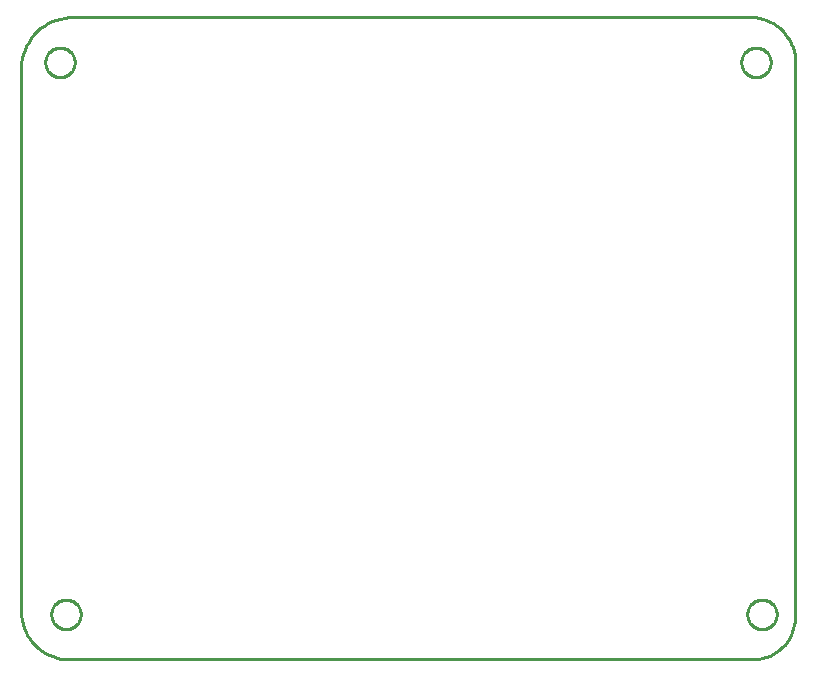
<source format=gbr>
G04 EAGLE Gerber RS-274X export*
G75*
%MOMM*%
%FSLAX34Y34*%
%LPD*%
%IN*%
%IPPOS*%
%AMOC8*
5,1,8,0,0,1.08239X$1,22.5*%
G01*
%ADD10C,0.254000*%


D10*
X149860Y447220D02*
X150015Y443663D01*
X150480Y440132D01*
X151251Y436655D01*
X152322Y433259D01*
X153685Y429969D01*
X155329Y426810D01*
X157242Y423807D01*
X159410Y420982D01*
X161816Y418356D01*
X164442Y415950D01*
X167267Y413782D01*
X170270Y411869D01*
X173429Y410225D01*
X176719Y408862D01*
X180115Y407791D01*
X183592Y407020D01*
X187123Y406555D01*
X190680Y406400D01*
X771336Y406400D01*
X774497Y406760D01*
X777615Y407394D01*
X780666Y408297D01*
X783627Y409463D01*
X786474Y410882D01*
X789188Y412545D01*
X791745Y414437D01*
X794129Y416545D01*
X796319Y418853D01*
X798300Y421343D01*
X800057Y423996D01*
X801575Y426792D01*
X802845Y429710D01*
X803854Y432727D01*
X804598Y435821D01*
X805068Y438968D01*
X805263Y442144D01*
X805180Y445324D01*
X805180Y908496D01*
X805369Y911792D01*
X805270Y915092D01*
X804883Y918371D01*
X804212Y921604D01*
X803262Y924766D01*
X802040Y927833D01*
X800556Y930782D01*
X798820Y933591D01*
X796845Y936237D01*
X794648Y938702D01*
X792244Y940965D01*
X789652Y943010D01*
X786892Y944822D01*
X783984Y946386D01*
X780951Y947691D01*
X777816Y948726D01*
X774603Y949485D01*
X771336Y949960D01*
X190680Y949960D01*
X186911Y949574D01*
X183190Y948860D01*
X179544Y947825D01*
X176003Y946476D01*
X172594Y944824D01*
X169341Y942881D01*
X166269Y940661D01*
X163403Y938183D01*
X160764Y935464D01*
X158372Y932525D01*
X156245Y929389D01*
X154399Y926080D01*
X152849Y922622D01*
X151606Y919043D01*
X150680Y915369D01*
X150078Y911628D01*
X149804Y907848D01*
X149860Y904060D01*
X149860Y447220D01*
X195380Y911369D02*
X195303Y910390D01*
X195149Y909420D01*
X194920Y908464D01*
X194616Y907530D01*
X194241Y906623D01*
X193795Y905748D01*
X193281Y904910D01*
X192704Y904115D01*
X192066Y903368D01*
X191372Y902674D01*
X190625Y902036D01*
X189830Y901459D01*
X188992Y900945D01*
X188117Y900499D01*
X187210Y900124D01*
X186276Y899820D01*
X185321Y899591D01*
X184350Y899437D01*
X183371Y899360D01*
X182389Y899360D01*
X181410Y899437D01*
X180440Y899591D01*
X179484Y899820D01*
X178550Y900124D01*
X177643Y900499D01*
X176768Y900945D01*
X175930Y901459D01*
X175135Y902036D01*
X174388Y902674D01*
X173694Y903368D01*
X173056Y904115D01*
X172479Y904910D01*
X171965Y905748D01*
X171519Y906623D01*
X171144Y907530D01*
X170840Y908464D01*
X170611Y909420D01*
X170457Y910390D01*
X170380Y911369D01*
X170380Y912351D01*
X170457Y913330D01*
X170611Y914301D01*
X170840Y915256D01*
X171144Y916190D01*
X171519Y917097D01*
X171965Y917972D01*
X172479Y918810D01*
X173056Y919605D01*
X173694Y920352D01*
X174388Y921046D01*
X175135Y921684D01*
X175930Y922261D01*
X176768Y922775D01*
X177643Y923221D01*
X178550Y923596D01*
X179484Y923900D01*
X180440Y924129D01*
X181410Y924283D01*
X182389Y924360D01*
X183371Y924360D01*
X184350Y924283D01*
X185321Y924129D01*
X186276Y923900D01*
X187210Y923596D01*
X188117Y923221D01*
X188992Y922775D01*
X189830Y922261D01*
X190625Y921684D01*
X191372Y921046D01*
X192066Y920352D01*
X192704Y919605D01*
X193281Y918810D01*
X193795Y917972D01*
X194241Y917097D01*
X194616Y916190D01*
X194920Y915256D01*
X195149Y914301D01*
X195303Y913330D01*
X195380Y912351D01*
X195380Y911369D01*
X200460Y444009D02*
X200383Y443030D01*
X200229Y442060D01*
X200000Y441104D01*
X199696Y440170D01*
X199321Y439263D01*
X198875Y438388D01*
X198361Y437550D01*
X197784Y436755D01*
X197146Y436008D01*
X196452Y435314D01*
X195705Y434676D01*
X194910Y434099D01*
X194072Y433585D01*
X193197Y433139D01*
X192290Y432764D01*
X191356Y432460D01*
X190401Y432231D01*
X189430Y432077D01*
X188451Y432000D01*
X187469Y432000D01*
X186490Y432077D01*
X185520Y432231D01*
X184564Y432460D01*
X183630Y432764D01*
X182723Y433139D01*
X181848Y433585D01*
X181010Y434099D01*
X180215Y434676D01*
X179468Y435314D01*
X178774Y436008D01*
X178136Y436755D01*
X177559Y437550D01*
X177045Y438388D01*
X176599Y439263D01*
X176224Y440170D01*
X175920Y441104D01*
X175691Y442060D01*
X175537Y443030D01*
X175460Y444009D01*
X175460Y444991D01*
X175537Y445970D01*
X175691Y446941D01*
X175920Y447896D01*
X176224Y448830D01*
X176599Y449737D01*
X177045Y450612D01*
X177559Y451450D01*
X178136Y452245D01*
X178774Y452992D01*
X179468Y453686D01*
X180215Y454324D01*
X181010Y454901D01*
X181848Y455415D01*
X182723Y455861D01*
X183630Y456236D01*
X184564Y456540D01*
X185520Y456769D01*
X186490Y456923D01*
X187469Y457000D01*
X188451Y457000D01*
X189430Y456923D01*
X190401Y456769D01*
X191356Y456540D01*
X192290Y456236D01*
X193197Y455861D01*
X194072Y455415D01*
X194910Y454901D01*
X195705Y454324D01*
X196452Y453686D01*
X197146Y452992D01*
X197784Y452245D01*
X198361Y451450D01*
X198875Y450612D01*
X199321Y449737D01*
X199696Y448830D01*
X200000Y447896D01*
X200229Y446941D01*
X200383Y445970D01*
X200460Y444991D01*
X200460Y444009D01*
X784660Y911369D02*
X784583Y910390D01*
X784429Y909420D01*
X784200Y908464D01*
X783896Y907530D01*
X783521Y906623D01*
X783075Y905748D01*
X782561Y904910D01*
X781984Y904115D01*
X781346Y903368D01*
X780652Y902674D01*
X779905Y902036D01*
X779110Y901459D01*
X778272Y900945D01*
X777397Y900499D01*
X776490Y900124D01*
X775556Y899820D01*
X774601Y899591D01*
X773630Y899437D01*
X772651Y899360D01*
X771669Y899360D01*
X770690Y899437D01*
X769720Y899591D01*
X768764Y899820D01*
X767830Y900124D01*
X766923Y900499D01*
X766048Y900945D01*
X765210Y901459D01*
X764415Y902036D01*
X763668Y902674D01*
X762974Y903368D01*
X762336Y904115D01*
X761759Y904910D01*
X761245Y905748D01*
X760799Y906623D01*
X760424Y907530D01*
X760120Y908464D01*
X759891Y909420D01*
X759737Y910390D01*
X759660Y911369D01*
X759660Y912351D01*
X759737Y913330D01*
X759891Y914301D01*
X760120Y915256D01*
X760424Y916190D01*
X760799Y917097D01*
X761245Y917972D01*
X761759Y918810D01*
X762336Y919605D01*
X762974Y920352D01*
X763668Y921046D01*
X764415Y921684D01*
X765210Y922261D01*
X766048Y922775D01*
X766923Y923221D01*
X767830Y923596D01*
X768764Y923900D01*
X769720Y924129D01*
X770690Y924283D01*
X771669Y924360D01*
X772651Y924360D01*
X773630Y924283D01*
X774601Y924129D01*
X775556Y923900D01*
X776490Y923596D01*
X777397Y923221D01*
X778272Y922775D01*
X779110Y922261D01*
X779905Y921684D01*
X780652Y921046D01*
X781346Y920352D01*
X781984Y919605D01*
X782561Y918810D01*
X783075Y917972D01*
X783521Y917097D01*
X783896Y916190D01*
X784200Y915256D01*
X784429Y914301D01*
X784583Y913330D01*
X784660Y912351D01*
X784660Y911369D01*
X789740Y444009D02*
X789663Y443030D01*
X789509Y442060D01*
X789280Y441104D01*
X788976Y440170D01*
X788601Y439263D01*
X788155Y438388D01*
X787641Y437550D01*
X787064Y436755D01*
X786426Y436008D01*
X785732Y435314D01*
X784985Y434676D01*
X784190Y434099D01*
X783352Y433585D01*
X782477Y433139D01*
X781570Y432764D01*
X780636Y432460D01*
X779681Y432231D01*
X778710Y432077D01*
X777731Y432000D01*
X776749Y432000D01*
X775770Y432077D01*
X774800Y432231D01*
X773844Y432460D01*
X772910Y432764D01*
X772003Y433139D01*
X771128Y433585D01*
X770290Y434099D01*
X769495Y434676D01*
X768748Y435314D01*
X768054Y436008D01*
X767416Y436755D01*
X766839Y437550D01*
X766325Y438388D01*
X765879Y439263D01*
X765504Y440170D01*
X765200Y441104D01*
X764971Y442060D01*
X764817Y443030D01*
X764740Y444009D01*
X764740Y444991D01*
X764817Y445970D01*
X764971Y446941D01*
X765200Y447896D01*
X765504Y448830D01*
X765879Y449737D01*
X766325Y450612D01*
X766839Y451450D01*
X767416Y452245D01*
X768054Y452992D01*
X768748Y453686D01*
X769495Y454324D01*
X770290Y454901D01*
X771128Y455415D01*
X772003Y455861D01*
X772910Y456236D01*
X773844Y456540D01*
X774800Y456769D01*
X775770Y456923D01*
X776749Y457000D01*
X777731Y457000D01*
X778710Y456923D01*
X779681Y456769D01*
X780636Y456540D01*
X781570Y456236D01*
X782477Y455861D01*
X783352Y455415D01*
X784190Y454901D01*
X784985Y454324D01*
X785732Y453686D01*
X786426Y452992D01*
X787064Y452245D01*
X787641Y451450D01*
X788155Y450612D01*
X788601Y449737D01*
X788976Y448830D01*
X789280Y447896D01*
X789509Y446941D01*
X789663Y445970D01*
X789740Y444991D01*
X789740Y444009D01*
M02*

</source>
